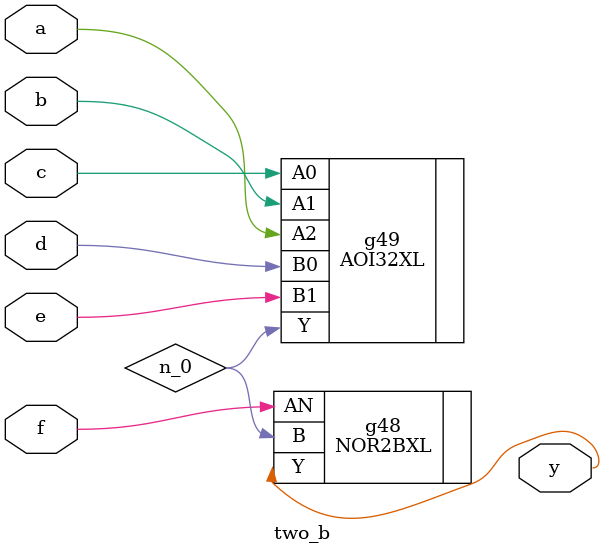
<source format=v>


// Verification Directory fv/two_b 

module two_b(a, b, c, d, e, f, y);
  input a, b, c, d, e, f;
  output y;
  wire a, b, c, d, e, f;
  wire y;
  wire n_0;
  NOR2BXL g48(.AN (f), .B (n_0), .Y (y));
  AOI32XL g49(.A0 (c), .A1 (b), .A2 (a), .B0 (d), .B1 (e), .Y (n_0));
endmodule


</source>
